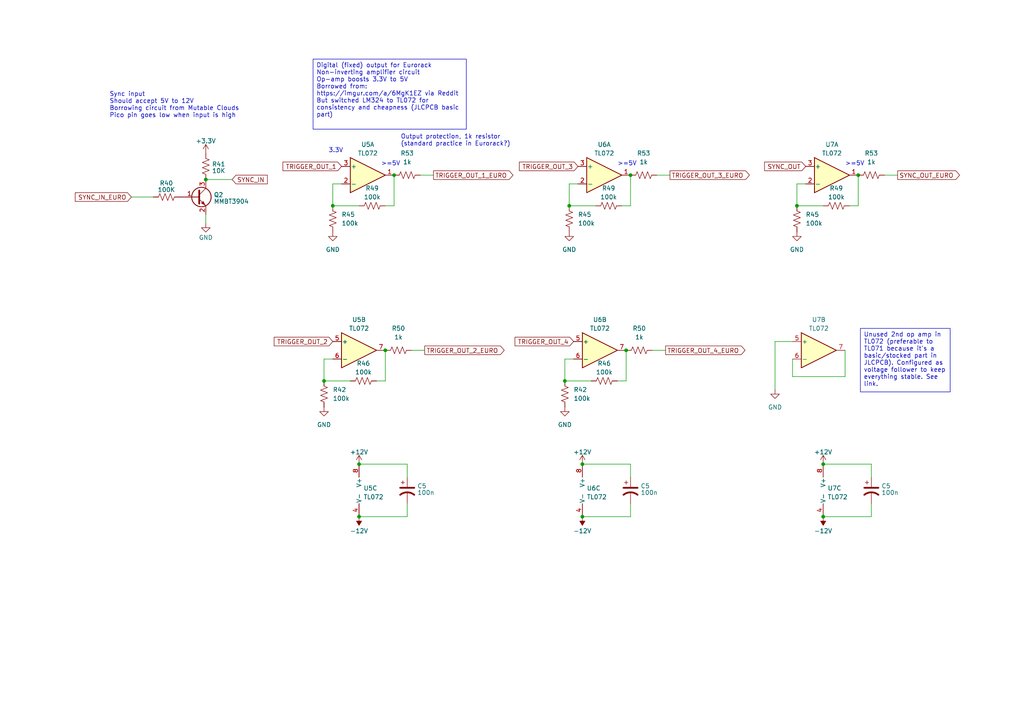
<source format=kicad_sch>
(kicad_sch (version 20230121) (generator eeschema)
  (paper "A4")
  (lib_symbols
    (symbol "Amplifier_Operational:TL072" (pin_names (offset 0.127))
      (property "Reference" "U" (at 0 5.08 0))
      (property "Value" "TL072" (at 0 -5.08 0))
      (symbol "TL072_1_1"
        (polyline (pts (xy -5.08 5.08) (xy 5.08 0) (xy -5.08 -5.08) (xy -5.08 5.08)) (stroke (width 0.254)) (fill (type background)))
        (pin output line (at 7.62 0 180) (length 2.54) (name "~") (number "1"))
        (pin input line (at -7.62 -2.54 0) (length 2.54) (name "-") (number "2"))
        (pin input line (at -7.62 2.54 0) (length 2.54) (name "+") (number "3"))
      )
      (symbol "TL072_2_1"
        (polyline (pts (xy -5.08 5.08) (xy 5.08 0) (xy -5.08 -5.08) (xy -5.08 5.08)) (stroke (width 0.254)) (fill (type background)))
        (pin input line (at -7.62 2.54 0) (length 2.54) (name "+") (number "5"))
        (pin input line (at -7.62 -2.54 0) (length 2.54) (name "-") (number "6"))
        (pin output line (at 7.62 0 180) (length 2.54) (name "~") (number "7"))
      )
      (symbol "TL072_3_1"
        (pin power_in line (at -2.54 -7.62 90) (length 3.81) (name "V-") (number "4"))
        (pin power_in line (at -2.54 7.62 270) (length 3.81) (name "V+") (number "8"))
      )
    )
    (symbol "Device:C_Polarized_US" (pin_numbers hide) (pin_names (offset 0.254) hide)
      (property "Reference" "C" (at 0.635 2.54 0))
      (property "Value" "C_Polarized_US" (at 0.635 -2.54 0))
      (symbol "C_Polarized_US_0_1"
        (polyline (pts (xy -2.032 0.762) (xy 2.032 0.762)) (stroke (width 0.508)))
        (polyline (pts (xy -1.778 2.286) (xy -0.762 2.286)))
        (polyline (pts (xy -1.27 1.778) (xy -1.27 2.794)))
        (arc (start 2.032 -1.27) (mid 0 -0.5572) (end -2.032 -1.27) (stroke (width 0.508)))
      )
      (symbol "C_Polarized_US_1_1"
        (pin passive line (at 0 3.81 270) (length 2.794) (name "~") (number "1"))
        (pin passive line (at 0 -3.81 90) (length 3.302) (name "~") (number "2"))
      )
    )
    (symbol "Device:R_US" (pin_numbers hide) (pin_names (offset 0))
      (property "Reference" "R" (at 2.54 0 90))
      (property "Value" "R_US" (at -2.54 0 90))
      (symbol "R_US_0_1"
        (polyline (pts (xy 0 -2.286) (xy 0 -2.54)))
        (polyline (pts (xy 0 2.286) (xy 0 2.54)))
        (polyline (pts (xy 0 -0.762) (xy 1.016 -1.143) (xy 0 -1.524) (xy -1.016 -1.905) (xy 0 -2.286)))
        (polyline (pts (xy 0 0.762) (xy 1.016 0.381) (xy 0 0) (xy -1.016 -0.381) (xy 0 -0.762)))
        (polyline (pts (xy 0 2.286) (xy 1.016 1.905) (xy 0 1.524) (xy -1.016 1.143) (xy 0 0.762)))
      )
      (symbol "R_US_1_1"
        (pin passive line (at 0 3.81 270) (length 1.27) (name "~") (number "1"))
        (pin passive line (at 0 -3.81 90) (length 1.27) (name "~") (number "2"))
      )
    )
    (symbol "Transistor_BJT:MMBT3904" (pin_names (offset 0) hide)
      (property "Reference" "Q" (at 5.08 1.905 0))
      (property "Value" "MMBT3904" (at 5.08 0 0))
      (symbol "MMBT3904_0_1"
        (polyline (pts (xy 0.635 0.635) (xy 2.54 2.54)))
        (polyline (pts (xy 0.635 -0.635) (xy 2.54 -2.54) (xy 2.54 -2.54)))
        (polyline (pts (xy 0.635 1.905) (xy 0.635 -1.905) (xy 0.635 -1.905)) (stroke (width 0.508)))
        (polyline (pts (xy 1.27 -1.778) (xy 1.778 -1.27) (xy 2.286 -2.286) (xy 1.27 -1.778) (xy 1.27 -1.778)) (fill (type outline)))
        (circle (center 1.27 0) (radius 2.8194) (stroke (width 0.254)))
      )
      (symbol "MMBT3904_1_1"
        (pin input line (at -5.08 0 0) (length 5.715) (name "B") (number "1"))
        (pin passive line (at 2.54 -5.08 90) (length 2.54) (name "E") (number "2"))
        (pin passive line (at 2.54 5.08 270) (length 2.54) (name "C") (number "3"))
      )
    )
    (symbol "power:+12V" (power) (pin_names (offset 0))
      (property "Value" "+12V" (at 0 3.556 0))
      (symbol "+12V_0_1"
        (polyline (pts (xy -0.762 1.27) (xy 0 2.54)))
        (polyline (pts (xy 0 0) (xy 0 2.54)))
        (polyline (pts (xy 0 2.54) (xy 0.762 1.27)))
      )
      (symbol "+12V_1_1"
        (pin power_in line (at 0 0 90) (length 0) hide (name "+12V") (number "1"))
      )
    )
    (symbol "power:+3.3V" (power) (pin_names (offset 0))
      (property "Value" "+3.3V" (at 0 3.556 0))
      (symbol "+3.3V_0_1"
        (polyline (pts (xy -0.762 1.27) (xy 0 2.54)))
        (polyline (pts (xy 0 0) (xy 0 2.54)))
        (polyline (pts (xy 0 2.54) (xy 0.762 1.27)))
      )
      (symbol "+3.3V_1_1"
        (pin power_in line (at 0 0 90) (length 0) hide (name "+3.3V") (number "1"))
      )
    )
    (symbol "power:-12V" (power) (pin_names (offset 0))
      (property "Value" "-12V" (at 0 3.81 0))
      (symbol "-12V_0_0"
        (pin power_in line (at 0 0 90) (length 0) hide (name "-12V") (number "1"))
      )
      (symbol "-12V_0_1"
        (polyline (pts (xy 0 0) (xy 0 1.27) (xy 0.762 1.27) (xy 0 2.54) (xy -0.762 1.27) (xy 0 1.27)) (fill (type outline)))
      )
    )
    (symbol "power:GND" (power) (pin_names (offset 0))
      (property "Value" "GND" (at 0 -3.81 0))
      (symbol "GND_0_1"
        (polyline (pts (xy 0 0) (xy 0 -1.27) (xy 1.27 -1.27) (xy 0 -2.54) (xy -1.27 -1.27) (xy 0 -1.27)))
      )
      (symbol "GND_1_1"
        (pin power_in line (at 0 0 270) (length 0) hide (name "GND") (number "1"))
      )
    )
  )
  (junction (at 238.76 149.86))
  (junction (at 59.69 52.07))
  (junction (at 238.76 134.62))
  (junction (at 248.92 50.8))
  (junction (at 165.1 59.69))
  (junction (at 168.91 149.86))
  (junction (at 163.83 110.49))
  (junction (at 93.98 110.49))
  (junction (at 96.52 59.69))
  (junction (at 114.3 50.8))
  (junction (at 168.91 134.62))
  (junction (at 181.61 101.6))
  (junction (at 104.14 134.62))
  (junction (at 231.14 59.69))
  (junction (at 111.76 101.6))
  (junction (at 104.14 149.86))
  (junction (at 182.88 50.8))
  (wire (pts (xy 189.23 101.6) (xy 193.04 101.6)))
  (wire (pts (xy 246.38 59.69) (xy 248.92 59.69)))
  (wire (pts (xy 165.1 53.34) (xy 165.1 59.69)))
  (wire (pts (xy 179.07 110.49) (xy 181.61 110.49)))
  (wire (pts (xy 96.52 53.34) (xy 96.52 59.69)))
  (wire (pts (xy 93.98 104.14) (xy 96.52 104.14)))
  (wire (pts (xy 181.61 110.49) (xy 181.61 101.6)))
  (wire (pts (xy 59.69 52.07) (xy 67.31 52.07)))
  (wire (pts (xy 118.11 138.43) (xy 118.11 134.62)))
  (wire (pts (xy 231.14 59.69) (xy 238.76 59.69)))
  (wire (pts (xy 163.83 104.14) (xy 166.37 104.14)))
  (wire (pts (xy 182.88 138.43) (xy 182.88 134.62)))
  (wire (pts (xy 59.69 64.77) (xy 59.69 62.23)))
  (wire (pts (xy 165.1 59.69) (xy 172.72 59.69)))
  (wire (pts (xy 119.38 101.6) (xy 123.19 101.6)))
  (wire (pts (xy 248.92 59.69) (xy 248.92 50.8)))
  (wire (pts (xy 93.98 104.14) (xy 93.98 110.49)))
  (wire (pts (xy 96.52 53.34) (xy 99.06 53.34)))
  (wire (pts (xy 252.73 134.62) (xy 238.76 134.62)))
  (wire (pts (xy 252.73 138.43) (xy 252.73 134.62)))
  (wire (pts (xy 229.87 109.22) (xy 245.11 109.22)))
  (wire (pts (xy 93.98 110.49) (xy 101.6 110.49)))
  (wire (pts (xy 252.73 149.86) (xy 238.76 149.86)))
  (wire (pts (xy 252.73 146.05) (xy 252.73 149.86)))
  (wire (pts (xy 182.88 146.05) (xy 182.88 149.86)))
  (wire (pts (xy 111.76 59.69) (xy 114.3 59.69)))
  (wire (pts (xy 182.88 149.86) (xy 168.91 149.86)))
  (wire (pts (xy 256.54 50.8) (xy 260.35 50.8)))
  (wire (pts (xy 180.34 59.69) (xy 182.88 59.69)))
  (wire (pts (xy 231.14 53.34) (xy 231.14 59.69)))
  (wire (pts (xy 229.87 104.14) (xy 229.87 109.22)))
  (wire (pts (xy 118.11 146.05) (xy 118.11 149.86)))
  (wire (pts (xy 118.11 134.62) (xy 104.14 134.62)))
  (wire (pts (xy 118.11 149.86) (xy 104.14 149.86)))
  (wire (pts (xy 231.14 53.34) (xy 233.68 53.34)))
  (wire (pts (xy 96.52 59.69) (xy 104.14 59.69)))
  (wire (pts (xy 182.88 134.62) (xy 168.91 134.62)))
  (wire (pts (xy 190.5 50.8) (xy 194.31 50.8)))
  (wire (pts (xy 182.88 59.69) (xy 182.88 50.8)))
  (wire (pts (xy 114.3 59.69) (xy 114.3 50.8)))
  (wire (pts (xy 38.1 57.15) (xy 44.45 57.15)))
  (wire (pts (xy 163.83 110.49) (xy 171.45 110.49)))
  (wire (pts (xy 121.92 50.8) (xy 125.73 50.8)))
  (wire (pts (xy 224.79 99.06) (xy 229.87 99.06)))
  (wire (pts (xy 165.1 53.34) (xy 167.64 53.34)))
  (wire (pts (xy 224.79 113.03) (xy 224.79 99.06)))
  (wire (pts (xy 109.22 110.49) (xy 111.76 110.49)))
  (wire (pts (xy 163.83 104.14) (xy 163.83 110.49)))
  (wire (pts (xy 245.11 109.22) (xy 245.11 101.6)))
  (wire (pts (xy 111.76 110.49) (xy 111.76 101.6)))
  (text_box "Digital (fixed) output for Eurorack\nNon-inverting amplifier circuit\nOp-amp boosts 3.3V to 5V\nBorrowed from:\nhttps://imgur.com/a/6MgK1EZ via Reddit\nBut switched LM324 to TL072 for consistency and cheapness (JLCPCB basic part)" (at 90.805 17.145 0) (size 44.45 20.32) (effects (font (size 1.27 1.27)) (justify left top)))
  (text_box "Unused 2nd op amp in TL072 (preferable to TL071 because it's a basic/stocked part in JLCPCB). Configured as voltage follower to keep everything stable. See link." (at 249.555 95.25 0) (size 26.035 18.415) (effects (font (size 1.27 1.27)) (justify left top)))
  (text ">=5V" (at 110.49 48.26 0) (effects (font (size 1.27 1.27)) (justify left bottom)))
  (text "Output protection, 1k resistor\n(standard practice in Eurorack?)" (at 116.205 42.545 0) (effects (font (size 1.27 1.27)) (justify left bottom)))
  (text "3.3V" (at 95.25 44.45 0) (effects (font (size 1.27 1.27)) (justify left bottom)))
  (text ">=5V" (at 245.11 48.26 0) (effects (font (size 1.27 1.27)) (justify left bottom)))
  (text ">=5V" (at 179.07 48.26 0) (effects (font (size 1.27 1.27)) (justify left bottom)))
  (text "Sync input\nShould accept 5V to 12V\nBorrowing circuit from Mutable Clouds\nPico pin goes low when input is high" (at 31.75 34.29 0) (effects (font (size 1.27 1.27)) (justify left bottom)))
  (global_label "TRIGGER_OUT_2_EURO" (shape output) (at 123.19 101.6 0) (property "Intersheetrefs" "${INTERSHEET_REFS}" (effects hide)))
  (global_label "TRIGGER_OUT_1" (shape input) (at 99.06 48.26 180) (property "Intersheetrefs" "${INTERSHEET_REFS}" (effects hide)))
  (global_label "TRIGGER_OUT_2" (shape input) (at 96.52 99.06 180) (property "Intersheetrefs" "${INTERSHEET_REFS}" (effects hide)))
  (global_label "SYNC_OUT_EURO" (shape output) (at 260.35 50.8 0) (property "Intersheetrefs" "${INTERSHEET_REFS}" (effects hide)))
  (global_label "TRIGGER_OUT_4" (shape input) (at 166.37 99.06 180) (property "Intersheetrefs" "${INTERSHEET_REFS}" (effects hide)))
  (global_label "TRIGGER_OUT_1_EURO" (shape output) (at 125.73 50.8 0) (property "Intersheetrefs" "${INTERSHEET_REFS}" (effects hide)))
  (global_label "TRIGGER_OUT_3_EURO" (shape output) (at 194.31 50.8 0) (property "Intersheetrefs" "${INTERSHEET_REFS}" (effects hide)))
  (global_label "SYNC_OUT" (shape input) (at 233.68 48.26 180) (property "Intersheetrefs" "${INTERSHEET_REFS}" (effects hide)))
  (global_label "TRIGGER_OUT_4_EURO" (shape output) (at 193.04 101.6 0) (property "Intersheetrefs" "${INTERSHEET_REFS}" (effects hide)))
  (global_label "SYNC_IN_EURO" (shape input) (at 38.1 57.15 180) (property "Intersheetrefs" "${INTERSHEET_REFS}" (effects hide)))
  (global_label "SYNC_IN" (shape input) (at 67.31 52.07 0) (property "Intersheetrefs" "${INTERSHEET_REFS}" (effects hide)))
  (global_label "TRIGGER_OUT_3" (shape input) (at 167.64 48.26 180) (property "Intersheetrefs" "${INTERSHEET_REFS}" (effects hide)))
  (symbol (lib_id "power:GND") (at 231.14 67.31 0) (unit 1)
    (property "Reference" "#PWR053" (effects hide))
    (property "Value" "GND" (at 231.14 72.39 0))
    (instances (project "dk2_04_bottom" (path "" (reference "#PWR053") (unit 1)) (path "" (reference "#PWR040") (unit 1))))
  )
  (symbol (lib_id "Device:C_Polarized_US") (at 182.88 142.24 0) (unit 1)
    (property "Reference" "C5" (at 185.801 140.9613 0) (effects (justify left)))
    (property "Value" "100n" (at 185.801 142.8823 0) (effects (justify left)))
    (property "Footprint" "Capacitor_SMD:C_0603_1608Metric" (effects hide))
    (instances (project "dk2_04_bottom" (path "" (reference "C5") (unit 1)) (path "" (reference "C23") (unit 1))))
  )
  (symbol (lib_id "Device:R_US") (at 231.14 63.5 0) (unit 1)
    (property "Reference" "R45" (at 233.68 62.2299 0) (effects (justify left)))
    (property "Value" "100k" (at 233.68 64.7699 0) (effects (justify left)))
    (property "Footprint" "Resistor_SMD:R_0603_1608Metric" (effects hide))
    (instances (project "dk2_04_bottom" (path "" (reference "R45") (unit 1)) (path "" (reference "R28") (unit 1))))
  )
  (symbol (lib_id "Device:R_US") (at 96.52 63.5 0) (unit 1)
    (property "Reference" "R45" (at 99.06 62.2299 0) (effects (justify left)))
    (property "Value" "100k" (at 99.06 64.7699 0) (effects (justify left)))
    (property "Footprint" "Resistor_SMD:R_0603_1608Metric" (effects hide))
    (instances (project "dk2_04_bottom" (path "" (reference "R45") (unit 1)) (path "" (reference "R17") (unit 1))))
  )
  (symbol (lib_id "power:+12V") (at 104.14 134.62 0) (unit 1)
    (property "Reference" "#PWR033" (effects hide))
    (property "Value" "+12V" (at 104.14 131.1181 0))
  )
  (symbol (lib_id "power:GND") (at 93.98 118.11 0) (unit 1)
    (property "Reference" "#PWR050" (effects hide))
    (property "Value" "GND" (at 93.98 123.19 0))
    (instances (project "dk2_04_bottom" (path "" (reference "#PWR050") (unit 1)) (path "" (reference "#PWR031") (unit 1))))
  )
  (symbol (lib_id "power:+3.3V") (at 59.69 44.45 0) (unit 1)
    (property "Reference" "#PWR048" (effects hide))
    (property "Value" "+3.3V" (at 59.69 40.894 0))
    (instances (project "dk2_04_bottom" (path "" (reference "#PWR048") (unit 1)) (path "" (reference "#PWR029") (unit 1))))
  )
  (symbol (lib_id "Device:R_US") (at 186.69 50.8 90) (unit 1)
    (property "Reference" "R53" (at 186.69 44.45 90))
    (property "Value" "1k" (at 186.69 46.99 90))
    (property "Footprint" "Resistor_SMD:R_0603_1608Metric" (effects hide))
    (instances (project "dk2_04_bottom" (path "" (reference "R53") (unit 1)) (path "" (reference "R27") (unit 1))))
  )
  (symbol (lib_id "Device:R_US") (at 118.11 50.8 90) (unit 1)
    (property "Reference" "R53" (at 118.11 44.45 90))
    (property "Value" "1k" (at 118.11 46.99 90))
    (property "Footprint" "Resistor_SMD:R_0603_1608Metric" (effects hide))
    (instances (project "dk2_04_bottom" (path "" (reference "R53") (unit 1)) (path "" (reference "R21") (unit 1))))
  )
  (symbol (lib_id "power:GND") (at 224.79 113.03 0) (unit 1)
    (property "Reference" "#PWR050" (effects hide))
    (property "Value" "GND" (at 224.79 118.11 0))
    (instances (project "dk2_04_bottom" (path "" (reference "#PWR050") (unit 1)) (path "" (reference "#PWR039") (unit 1))))
  )
  (symbol (lib_id "power:+12V") (at 168.91 134.62 0) (unit 1)
    (property "Reference" "#PWR037" (effects hide))
    (property "Value" "+12V" (at 168.91 131.1181 0))
  )
  (symbol (lib_id "Amplifier_Operational:TL072") (at 171.45 142.24 0) (unit 3)
    (property "Reference" "U6" (at 170.18 141.605 0) (effects (justify left)))
    (property "Value" "TL072" (at 170.18 144.145 0) (effects (justify left)))
    (property "Footprint" "Package_SO:SOIC-8_3.9x4.9mm_P1.27mm" (effects hide))
    (property "Datasheet" "http://www.ti.com/lit/ds/symlink/tl071.pdf" (effects hide))
  )
  (symbol (lib_id "Device:R_US") (at 252.73 50.8 90) (unit 1)
    (property "Reference" "R53" (at 252.73 44.45 90))
    (property "Value" "1k" (at 252.73 46.99 90))
    (property "Footprint" "Resistor_SMD:R_0603_1608Metric" (effects hide))
    (instances (project "dk2_04_bottom" (path "" (reference "R53") (unit 1)) (path "" (reference "R30") (unit 1))))
  )
  (symbol (lib_id "Amplifier_Operational:TL072") (at 241.3 142.24 0) (unit 3)
    (property "Reference" "U7" (at 240.03 141.605 0) (effects (justify left)))
    (property "Value" "TL072" (at 240.03 144.145 0) (effects (justify left)))
    (property "Footprint" "Package_SO:SOIC-8_3.9x4.9mm_P1.27mm" (effects hide))
    (property "Datasheet" "http://www.ti.com/lit/ds/symlink/tl071.pdf" (effects hide))
  )
  (symbol (lib_id "Amplifier_Operational:TL072") (at 175.26 50.8 0) (unit 1)
    (property "Reference" "U6" (at 175.26 41.91 0))
    (property "Value" "TL072" (at 175.26 44.45 0))
    (property "Footprint" "Package_SO:SOIC-8_3.9x4.9mm_P1.27mm" (effects hide))
    (property "Datasheet" "http://www.ti.com/lit/ds/symlink/tl071.pdf" (effects hide))
  )
  (symbol (lib_id "Device:R_US") (at 59.69 48.26 0) (unit 1)
    (property "Reference" "R41" (at 61.468 47.6163 0) (effects (justify left)))
    (property "Value" "10K" (at 61.468 49.5373 0) (effects (justify left)))
    (property "Footprint" "Resistor_SMD:R_0603_1608Metric" (effects hide))
    (instances (project "dk2_04_bottom" (path "" (reference "R41") (unit 1)) (path "" (reference "R15") (unit 1))))
  )
  (symbol (lib_id "power:-12V") (at 104.14 149.86 180) (unit 1)
    (property "Reference" "#PWR061" (effects hide))
    (property "Value" "-12V" (at 104.14 153.9955 0))
    (instances (project "dk2_04_bottom" (path "" (reference "#PWR061") (unit 1)) (path "" (reference "#PWR034") (unit 1))))
  )
  (symbol (lib_id "power:GND") (at 165.1 67.31 0) (unit 1)
    (property "Reference" "#PWR053" (effects hide))
    (property "Value" "GND" (at 165.1 72.39 0))
    (instances (project "dk2_04_bottom" (path "" (reference "#PWR053") (unit 1)) (path "" (reference "#PWR036") (unit 1))))
  )
  (symbol (lib_id "Device:R_US") (at 105.41 110.49 270) (unit 1)
    (property "Reference" "R46" (at 105.41 105.41 90))
    (property "Value" "100k" (at 105.41 107.95 90))
    (property "Footprint" "Resistor_SMD:R_0603_1608Metric" (effects hide))
    (instances (project "dk2_04_bottom" (path "" (reference "R46") (unit 1)) (path "" (reference "R18") (unit 1))))
  )
  (symbol (lib_id "Device:R_US") (at 176.53 59.69 270) (unit 1)
    (property "Reference" "R49" (at 176.53 54.61 90))
    (property "Value" "100k" (at 176.53 57.15 90))
    (property "Footprint" "Resistor_SMD:R_0603_1608Metric" (effects hide))
    (instances (project "dk2_04_bottom" (path "" (reference "R49") (unit 1)) (path "" (reference "R25") (unit 1))))
  )
  (symbol (lib_id "Device:R_US") (at 48.26 57.15 90) (unit 1)
    (property "Reference" "R40" (at 48.26 53.1241 90))
    (property "Value" "100K" (at 48.26 55.0451 90))
    (property "Footprint" "Resistor_SMD:R_0603_1608Metric" (effects hide))
    (instances (project "dk2_04_bottom" (path "" (reference "R40") (unit 1)) (path "" (reference "R14") (unit 1))))
  )
  (symbol (lib_id "Amplifier_Operational:TL072") (at 106.68 142.24 0) (unit 3)
    (property "Reference" "U5" (at 105.41 141.605 0) (effects (justify left)))
    (property "Value" "TL072" (at 105.41 144.145 0) (effects (justify left)))
    (property "Footprint" "Package_SO:SOIC-8_3.9x4.9mm_P1.27mm" (effects hide))
    (property "Datasheet" "http://www.ti.com/lit/ds/symlink/tl071.pdf" (effects hide))
  )
  (symbol (lib_id "Device:R_US") (at 242.57 59.69 270) (unit 1)
    (property "Reference" "R49" (at 242.57 54.61 90))
    (property "Value" "100k" (at 242.57 57.15 90))
    (property "Footprint" "Resistor_SMD:R_0603_1608Metric" (effects hide))
    (instances (project "dk2_04_bottom" (path "" (reference "R49") (unit 1)) (path "" (reference "R29") (unit 1))))
  )
  (symbol (lib_id "Device:R_US") (at 185.42 101.6 90) (unit 1)
    (property "Reference" "R50" (at 185.42 95.25 90))
    (property "Value" "1k" (at 185.42 97.79 90))
    (property "Footprint" "Resistor_SMD:R_0603_1608Metric" (effects hide))
    (instances (project "dk2_04_bottom" (path "" (reference "R50") (unit 1)) (path "" (reference "R26") (unit 1))))
  )
  (symbol (lib_id "Amplifier_Operational:TL072") (at 106.68 50.8 0) (unit 1)
    (property "Reference" "U5" (at 106.68 41.91 0))
    (property "Value" "TL072" (at 106.68 44.45 0))
    (property "Footprint" "Package_SO:SOIC-8_3.9x4.9mm_P1.27mm" (effects hide))
    (property "Datasheet" "http://www.ti.com/lit/ds/symlink/tl071.pdf" (effects hide))
  )
  (symbol (lib_id "Device:C_Polarized_US") (at 118.11 142.24 0) (unit 1)
    (property "Reference" "C5" (at 121.031 140.9613 0) (effects (justify left)))
    (property "Value" "100n" (at 121.031 142.8823 0) (effects (justify left)))
    (property "Footprint" "Capacitor_SMD:C_0603_1608Metric" (effects hide))
    (instances (project "dk2_04_bottom" (path "" (reference "C5") (unit 1)) (path "" (reference "C22") (unit 1))))
  )
  (symbol (lib_id "Device:R_US") (at 165.1 63.5 0) (unit 1)
    (property "Reference" "R45" (at 167.64 62.2299 0) (effects (justify left)))
    (property "Value" "100k" (at 167.64 64.7699 0) (effects (justify left)))
    (property "Footprint" "Resistor_SMD:R_0603_1608Metric" (effects hide))
    (instances (project "dk2_04_bottom" (path "" (reference "R45") (unit 1)) (path "" (reference "R23") (unit 1))))
  )
  (symbol (lib_id "Device:R_US") (at 107.95 59.69 270) (unit 1)
    (property "Reference" "R49" (at 107.95 54.61 90))
    (property "Value" "100k" (at 107.95 57.15 90))
    (property "Footprint" "Resistor_SMD:R_0603_1608Metric" (effects hide))
    (instances (project "dk2_04_bottom" (path "" (reference "R49") (unit 1)) (path "" (reference "R19") (unit 1))))
  )
  (symbol (lib_id "Device:C_Polarized_US") (at 252.73 142.24 0) (unit 1)
    (property "Reference" "C5" (at 255.651 140.9613 0) (effects (justify left)))
    (property "Value" "100n" (at 255.651 142.8823 0) (effects (justify left)))
    (property "Footprint" "Capacitor_SMD:C_0603_1608Metric" (effects hide))
    (instances (project "dk2_04_bottom" (path "" (reference "C5") (unit 1)) (path "" (reference "C24") (unit 1))))
  )
  (symbol (lib_id "Device:R_US") (at 93.98 114.3 0) (unit 1)
    (property "Reference" "R42" (at 96.52 113.0299 0) (effects (justify left)))
    (property "Value" "100k" (at 96.52 115.5699 0) (effects (justify left)))
    (property "Footprint" "Resistor_SMD:R_0603_1608Metric" (effects hide))
    (instances (project "dk2_04_bottom" (path "" (reference "R42") (unit 1)) (path "" (reference "R16") (unit 1))))
  )
  (symbol (lib_id "Amplifier_Operational:TL072") (at 173.99 101.6 0) (unit 2)
    (property "Reference" "U6" (at 173.99 92.71 0))
    (property "Value" "TL072" (at 173.99 95.25 0))
    (property "Footprint" "Package_SO:SOIC-8_3.9x4.9mm_P1.27mm" (effects hide))
    (property "Datasheet" "http://www.ti.com/lit/ds/symlink/tl071.pdf" (effects hide))
  )
  (symbol (lib_id "Device:R_US") (at 163.83 114.3 0) (unit 1)
    (property "Reference" "R42" (at 166.37 113.0299 0) (effects (justify left)))
    (property "Value" "100k" (at 166.37 115.5699 0) (effects (justify left)))
    (property "Footprint" "Resistor_SMD:R_0603_1608Metric" (effects hide))
    (instances (project "dk2_04_bottom" (path "" (reference "R42") (unit 1)) (path "" (reference "R22") (unit 1))))
  )
  (symbol (lib_id "Amplifier_Operational:TL072") (at 104.14 101.6 0) (unit 2)
    (property "Reference" "U5" (at 104.14 92.71 0))
    (property "Value" "TL072" (at 104.14 95.25 0))
    (property "Footprint" "Package_SO:SOIC-8_3.9x4.9mm_P1.27mm" (effects hide))
    (property "Datasheet" "http://www.ti.com/lit/ds/symlink/tl071.pdf" (effects hide))
  )
  (symbol (lib_id "Amplifier_Operational:TL072") (at 237.49 101.6 0) (unit 2)
    (property "Reference" "U7" (at 237.49 92.71 0))
    (property "Value" "TL072" (at 237.49 95.25 0))
    (property "Footprint" "Package_SO:SOIC-8_3.9x4.9mm_P1.27mm" (effects hide))
    (property "Datasheet" "http://www.ti.com/lit/ds/symlink/tl071.pdf" (effects hide))
  )
  (symbol (lib_id "power:+12V") (at 238.76 134.62 0) (unit 1)
    (property "Reference" "#PWR041" (effects hide))
    (property "Value" "+12V" (at 238.76 131.1181 0))
  )
  (symbol (lib_id "Device:R_US") (at 175.26 110.49 270) (unit 1)
    (property "Reference" "R46" (at 175.26 105.41 90))
    (property "Value" "100k" (at 175.26 107.95 90))
    (property "Footprint" "Resistor_SMD:R_0603_1608Metric" (effects hide))
    (instances (project "dk2_04_bottom" (path "" (reference "R46") (unit 1)) (path "" (reference "R24") (unit 1))))
  )
  (symbol (lib_id "power:-12V") (at 238.76 149.86 180) (unit 1)
    (property "Reference" "#PWR061" (effects hide))
    (property "Value" "-12V" (at 238.76 153.9955 0))
    (instances (project "dk2_04_bottom" (path "" (reference "#PWR061") (unit 1)) (path "" (reference "#PWR042") (unit 1))))
  )
  (symbol (lib_id "Transistor_BJT:MMBT3904") (at 57.15 57.15 0) (unit 1)
    (property "Reference" "Q2" (at 62.0014 56.5063 0) (effects (justify left)))
    (property "Value" "MMBT3904" (at 62.0014 58.4273 0) (effects (justify left)))
    (property "Footprint" "Package_TO_SOT_SMD:SOT-23" (effects hide))
    (property "Datasheet" "https://www.onsemi.com/pub/Collateral/2N3903-D.PDF" (effects hide))
    (instances (project "dk2_04_bottom" (path "" (reference "Q2") (unit 1)) (path "" (reference "Q1") (unit 1))))
  )
  (symbol (lib_id "power:GND") (at 96.52 67.31 0) (unit 1)
    (property "Reference" "#PWR053" (effects hide))
    (property "Value" "GND" (at 96.52 72.39 0))
    (instances (project "dk2_04_bottom" (path "" (reference "#PWR053") (unit 1)) (path "" (reference "#PWR032") (unit 1))))
  )
  (symbol (lib_id "power:GND") (at 163.83 118.11 0) (unit 1)
    (property "Reference" "#PWR050" (effects hide))
    (property "Value" "GND" (at 163.83 123.19 0))
    (instances (project "dk2_04_bottom" (path "" (reference "#PWR050") (unit 1)) (path "" (reference "#PWR035") (unit 1))))
  )
  (symbol (lib_id "power:GND") (at 59.69 64.77 0) (unit 1)
    (property "Reference" "#PWR049" (effects hide))
    (property "Value" "GND" (at 59.69 68.9055 0))
    (instances (project "dk2_04_bottom" (path "" (reference "#PWR049") (unit 1)) (path "" (reference "#PWR030") (unit 1))))
  )
  (symbol (lib_id "Amplifier_Operational:TL072") (at 241.3 50.8 0) (unit 1)
    (property "Reference" "U7" (at 241.3 41.91 0))
    (property "Value" "TL072" (at 241.3 44.45 0))
    (property "Footprint" "Package_SO:SOIC-8_3.9x4.9mm_P1.27mm" (effects hide))
    (property "Datasheet" "http://www.ti.com/lit/ds/symlink/tl071.pdf" (effects hide))
  )
  (symbol (lib_id "power:-12V") (at 168.91 149.86 180) (unit 1)
    (property "Reference" "#PWR061" (effects hide))
    (property "Value" "-12V" (at 168.91 153.9955 0))
    (instances (project "dk2_04_bottom" (path "" (reference "#PWR061") (unit 1)) (path "" (reference "#PWR038") (unit 1))))
  )
  (symbol (lib_id "Device:R_US") (at 115.57 101.6 90) (unit 1)
    (property "Reference" "R50" (at 115.57 95.25 90))
    (property "Value" "1k" (at 115.57 97.79 90))
    (property "Footprint" "Resistor_SMD:R_0603_1608Metric" (effects hide))
    (instances (project "dk2_04_bottom" (path "" (reference "R50") (unit 1)) (path "" (reference "R20") (unit 1))))
  )
)
</source>
